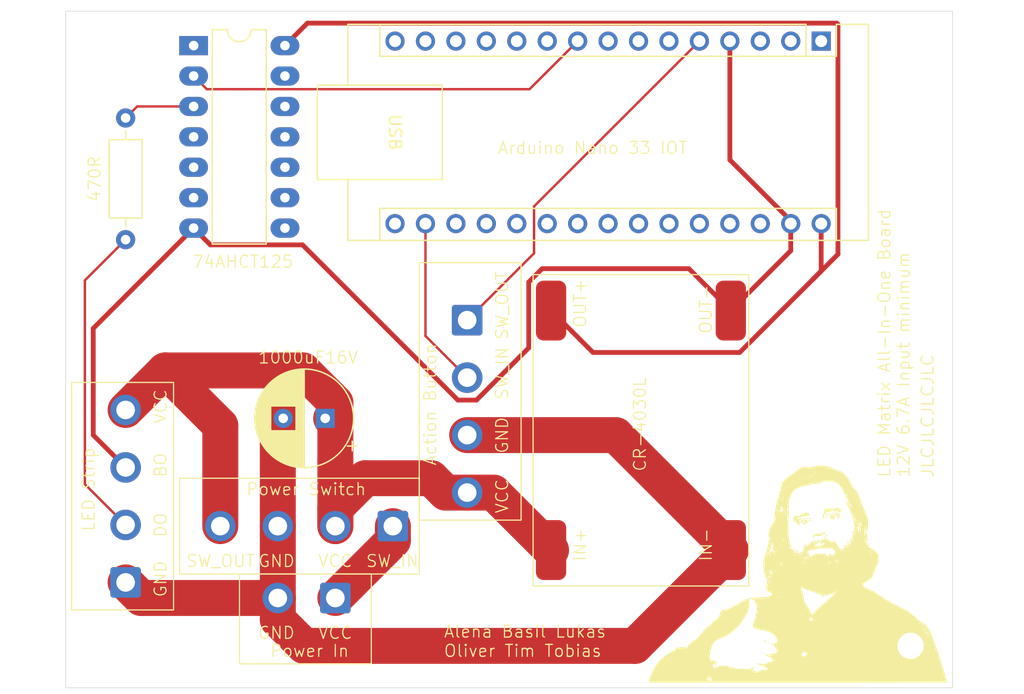
<source format=kicad_pcb>
(kicad_pcb (version 20240108) (generator "pcbnew") (generator_version "8.0")
  (layers (0 "F.Cu" signal) (31 "B.Cu" signal) (34 "B.Paste" user) (35 "F.Paste" user) (36 "B.SilkS" user "B.Silkscreen") (37 "F.SilkS" user "F.Silkscreen") (38 "B.Mask" user) (39 "F.Mask" user) (44 "Edge.Cuts" user))
  (net 0 "")
  (net 2 "Net-(A1-D2)")
  (net 26 "GND")
  (net 27 "Net-(J1-Pin_2)")
  (net 28 "+12V")
  (net 29 "Net-(R1-Pad1)")
  (net 31 "/+5V")
  (net 32 "/+3.3V")
  (net 33 "/GND5V")
  (net 34 "/SIGNAL_OUT")
  (net 35 "/+12VS")
  (footprint "Module:Arduino_Nano" (layer "F.Cu") (at 174.54 81.5 -90)
    (property "Reference" "A1" (hide yes))
    (property "Value" "Arduino_Nano_33_IOT")
    (fp_text user "USB" (at 7.62 35.56 -90) (layer "F.SilkS"))
    (pad "1" thru_hole rect (at 0 0 270) (size 1.6 1.6) (drill 1) (layers "*.Cu" "*.Mask"))
    (pad "2" thru_hole oval (at 0 2.54 270) (size 1.6 1.6) (drill 1) (layers "*.Cu" "*.Mask"))
    (pad "3" thru_hole oval (at 0 5.08 270) (size 1.6 1.6) (drill 1) (layers "*.Cu" "*.Mask"))
    (pad "4" thru_hole oval (at 0 7.62 270) (size 1.6 1.6) (drill 1) (layers "*.Cu" "*.Mask") (net 33 "/GND5V"))
    (pad "5" thru_hole oval (at 0 10.16 270) (size 1.6 1.6) (drill 1) (layers "*.Cu" "*.Mask") (net 2 "Net-(A1-D2)"))
    (pad "6" thru_hole oval (at 0 12.7 270) (size 1.6 1.6) (drill 1) (layers "*.Cu" "*.Mask"))
    (pad "7" thru_hole oval (at 0 15.24 270) (size 1.6 1.6) (drill 1) (layers "*.Cu" "*.Mask"))
    (pad "8" thru_hole oval (at 0 17.78 270) (size 1.6 1.6) (drill 1) (layers "*.Cu" "*.Mask"))
    (pad "9" thru_hole oval (at 0 20.32 270) (size 1.6 1.6) (drill 1) (layers "*.Cu" "*.Mask") (net 34 "/SIGNAL_OUT"))
    (pad "10" thru_hole oval (at 0 22.86 270) (size 1.6 1.6) (drill 1) (layers "*.Cu" "*.Mask"))
    (pad "11" thru_hole oval (at 0 25.4 270) (size 1.6 1.6) (drill 1) (layers "*.Cu" "*.Mask"))
    (pad "12" thru_hole oval (at 0 27.94 270) (size 1.6 1.6) (drill 1) (layers "*.Cu" "*.Mask"))
    (pad "13" thru_hole oval (at 0 30.48 270) (size 1.6 1.6) (drill 1) (layers "*.Cu" "*.Mask"))
    (pad "14" thru_hole oval (at 0 33.02 270) (size 1.6 1.6) (drill 1) (layers "*.Cu" "*.Mask"))
    (pad "15" thru_hole oval (at 0 35.56 270) (size 1.6 1.6) (drill 1) (layers "*.Cu" "*.Mask"))
    (pad "16" thru_hole oval (at 15.24 35.56 270) (size 1.6 1.6) (drill 1) (layers "*.Cu" "*.Mask"))
    (pad "17" thru_hole oval (at 15.24 33.02 270) (size 1.6 1.6) (drill 1) (layers "*.Cu" "*.Mask") (net 32 "/+3.3V"))
    (pad "18" thru_hole oval (at 15.24 30.48 270) (size 1.6 1.6) (drill 1) (layers "*.Cu" "*.Mask"))
    (pad "19" thru_hole oval (at 15.24 27.94 270) (size 1.6 1.6) (drill 1) (layers "*.Cu" "*.Mask"))
    (pad "20" thru_hole oval (at 15.24 25.4 270) (size 1.6 1.6) (drill 1) (layers "*.Cu" "*.Mask"))
    (pad "21" thru_hole oval (at 15.24 22.86 270) (size 1.6 1.6) (drill 1) (layers "*.Cu" "*.Mask"))
    (pad "22" thru_hole oval (at 15.24 20.32 270) (size 1.6 1.6) (drill 1) (layers "*.Cu" "*.Mask"))
    (pad "23" thru_hole oval (at 15.24 17.78 270) (size 1.6 1.6) (drill 1) (layers "*.Cu" "*.Mask"))
    (pad "24" thru_hole oval (at 15.24 15.24 270) (size 1.6 1.6) (drill 1) (layers "*.Cu" "*.Mask"))
    (pad "25" thru_hole oval (at 15.24 12.7 270) (size 1.6 1.6) (drill 1) (layers "*.Cu" "*.Mask"))
    (pad "26" thru_hole oval (at 15.24 10.16 270) (size 1.6 1.6) (drill 1) (layers "*.Cu" "*.Mask"))
    (pad "27" thru_hole oval (at 15.24 7.62 270) (size 1.6 1.6) (drill 1) (layers "*.Cu" "*.Mask"))
    (pad "28" thru_hole oval (at 15.24 5.08 270) (size 1.6 1.6) (drill 1) (layers "*.Cu" "*.Mask"))
    (pad "29" thru_hole oval (at 15.24 2.54 270) (size 1.6 1.6) (drill 1) (layers "*.Cu" "*.Mask") (net 33 "/GND5V"))
    (pad "30" thru_hole oval (at 15.24 0 270) (size 1.6 1.6) (drill 1) (layers "*.Cu" "*.Mask") (net 31 "/+5V"))
  )
  (footprint "MountingHole:MountingHole_2.2mm_M2" (layer "F.Cu") (at 115.5 132)
    (property "Reference" "REF**" (hide yes))
    (property "Value" "MountingHole_2.2mm_M2")
    (pad "" np_thru_hole circle (at 0 0) (size 2.2 2.2) (drill 2.2) (layers "*.Cu" "*.Mask"))
  )
  (footprint "Custom_Footprints:CR-4030L" (layer "F.Cu") (at 152 124 90)
    (property "Reference" "U1" (hide yes))
    (property "Value" "~")
    (fp_text user "IN-" (at -1 13.5 90) (layer "F.SilkS") (effects (font (thickness 0.1)) (justify left bottom)))
    (fp_text user "CR-4030L" (at 6.5 8 90) (layer "F.SilkS") (effects (font (thickness 0.1)) (justify left bottom)))
    (fp_text user "OUT+" (at 18.5 3 90) (layer "F.SilkS") (effects (font (thickness 0.1)) (justify left bottom)))
    (fp_text user "OUT-" (at 18 13.5 90) (layer "F.SilkS") (effects (font (thickness 0.1)) (justify left bottom)))
    (fp_text user "IN+" (at -1 3 90) (layer "F.SilkS") (effects (font (thickness 0.1)) (justify left bottom)))
    (pad "1" smd roundrect (at 0 0 90) (size 5 2.524) (layers "F.Cu" "F.Paste" "F.Mask") (net 35 "/+12VS"))
    (pad "2" smd roundrect (at 0 15 90) (size 5 2.524) (layers "F.Cu" "F.Paste" "F.Mask") (net 26 "GND"))
    (pad "3" smd roundrect (at 20 0 90) (size 5 2.524) (layers "F.Cu" "F.Paste" "F.Mask") (net 31 "/+5V"))
    (pad "4" smd roundrect (at 20 15 90) (size 5 2.524) (layers "F.Cu" "F.Paste" "F.Mask") (net 33 "/GND5V"))
  )
  (footprint "Connector_Wire:SolderWire-0.75sqmm_1x02_P4.8mm_D1.25mm_OD2.3mm" (layer "F.Cu") (at 134 128 180)
    (property "Reference" "J2" (hide yes))
    (property "Value" "12V Power IN")
    (pad "1" thru_hole roundrect (at 0 0 180) (size 2.55 2.55) (drill 1.55) (layers "*.Cu" "*.Mask") (roundrect_rratio 0.098039) (net 28 "+12V"))
    (pad "2" thru_hole circle (at 4.8 0 180) (size 2.55 2.55) (drill 1.55) (layers "*.Cu" "*.Mask") (net 26 "GND"))
  )
  (footprint "Connector_Wire:SolderWire-0.75sqmm_1x04_P4.8mm_D1.25mm_OD2.3mm" (layer "F.Cu") (at 116.5 126.7 90)
    (property "Reference" "J1" (hide yes))
    (property "Value" "LED_STRIP")
    (pad "1" thru_hole roundrect (at 0 0 90) (size 2.55 2.55) (drill 1.55) (layers "*.Cu" "*.Mask") (roundrect_rratio 0.098039) (net 26 "GND"))
    (pad "2" thru_hole circle (at 4.8 0 90) (size 2.55 2.55) (drill 1.55) (layers "*.Cu" "*.Mask") (net 27 "Net-(J1-Pin_2)"))
    (pad "3" thru_hole circle (at 9.6 0 90) (size 2.55 2.55) (drill 1.55) (layers "*.Cu" "*.Mask") (net 33 "/GND5V"))
    (pad "4" thru_hole circle (at 14.4 0 90) (size 2.55 2.55) (drill 1.55) (layers "*.Cu" "*.Mask") (net 35 "/+12VS"))
  )
  (footprint "MountingHole:MountingHole_2.2mm_M2" (layer "F.Cu") (at 182 132)
    (property "Reference" "REF**" (hide yes))
    (property "Value" "MountingHole_2.2mm_M2")
    (pad "" np_thru_hole circle (at 0 0) (size 2.2 2.2) (drill 2.2) (layers "*.Cu" "*.Mask"))
  )
  (footprint "Connector_Wire:SolderWire-0.75sqmm_1x04_P4.8mm_D1.25mm_OD2.3mm" (layer "F.Cu") (at 145 104.8 -90)
    (property "Reference" "SW2" (hide yes))
    (property "Value" "ACTION_BUTTON")
    (pad "1" thru_hole roundrect (at 0 0 270) (size 2.55 2.55) (drill 1.55) (layers "*.Cu" "*.Mask") (roundrect_rratio 0.098039) (net 2 "Net-(A1-D2)"))
    (pad "2" thru_hole circle (at 4.8 0 270) (size 2.55 2.55) (drill 1.55) (layers "*.Cu" "*.Mask") (net 32 "/+3.3V"))
    (pad "3" thru_hole circle (at 9.6 0 270) (size 2.55 2.55) (drill 1.55) (layers "*.Cu" "*.Mask") (net 26 "GND"))
    (pad "4" thru_hole circle (at 14.4 0 270) (size 2.55 2.55) (drill 1.55) (layers "*.Cu" "*.Mask") (net 35 "/+12VS"))
  )
  (footprint "MountingHole:MountingHole_2.2mm_M2" (layer "F.Cu") (at 182 83)
    (property "Reference" "REF**" (hide yes))
    (property "Value" "MountingHole_2.2mm_M2")
    (pad "" np_thru_hole circle (at 0 0) (size 2.2 2.2) (drill 2.2) (layers "*.Cu" "*.Mask"))
  )
  (footprint "Resistor_THT:R_Axial_DIN0207_L6.3mm_D2.5mm_P10.16mm_Horizontal" (layer "F.Cu") (at 116.5 87.92 -90)
    (property "Reference" "R1" (hide yes))
    (property "Value" "470R")
    (pad "1" thru_hole circle (at 0 0 270) (size 1.6 1.6) (drill 0.8) (layers "*.Cu" "*.Mask") (net 29 "Net-(R1-Pad1)"))
    (pad "2" thru_hole oval (at 10.16 0 270) (size 1.6 1.6) (drill 0.8) (layers "*.Cu" "*.Mask") (net 27 "Net-(J1-Pin_2)"))
  )
  (footprint "MountingHole:MountingHole_2.2mm_M2" (layer "F.Cu") (at 115.5 83)
    (property "Reference" "REF**" (hide yes))
    (property "Value" "MountingHole_2.2mm_M2")
    (pad "" np_thru_hole circle (at 0 0) (size 2.2 2.2) (drill 2.2) (layers "*.Cu" "*.Mask"))
  )
  (footprint "Capacitor_THT:CP_Radial_D8.0mm_P3.50mm" (layer "F.Cu") (at 133.152651 113 180)
    (property "Reference" "C1" (hide yes))
    (property "Value" "16V1000uF")
    (pad "1" thru_hole rect (at 0 0 180) (size 1.6 1.6) (drill 0.8) (layers "*.Cu" "*.Mask") (net 35 "/+12VS"))
    (pad "2" thru_hole circle (at 3.5 0 180) (size 1.6 1.6) (drill 0.8) (layers "*.Cu" "*.Mask") (net 26 "GND"))
  )
  (footprint "Package_DIP:DIP-14_W7.62mm_LongPads" (layer "F.Cu") (at 122.175 81.875)
    (property "Reference" "U2" (hide yes))
    (property "Value" "74AHCT125")
    (pad "1" thru_hole rect (at 0 0) (size 2.4 1.6) (drill 0.8) (layers "*.Cu" "*.Mask"))
    (pad "2" thru_hole oval (at 0 2.54) (size 2.4 1.6) (drill 0.8) (layers "*.Cu" "*.Mask") (net 34 "/SIGNAL_OUT"))
    (pad "3" thru_hole oval (at 0 5.08) (size 2.4 1.6) (drill 0.8) (layers "*.Cu" "*.Mask") (net 29 "Net-(R1-Pad1)"))
    (pad "4" thru_hole oval (at 0 7.62) (size 2.4 1.6) (drill 0.8) (layers "*.Cu" "*.Mask"))
    (pad "5" thru_hole oval (at 0 10.16) (size 2.4 1.6) (drill 0.8) (layers "*.Cu" "*.Mask"))
    (pad "6" thru_hole oval (at 0 12.7) (size 2.4 1.6) (drill 0.8) (layers "*.Cu" "*.Mask"))
    (pad "7" thru_hole oval (at 0 15.24) (size 2.4 1.6) (drill 0.8) (layers "*.Cu" "*.Mask") (net 33 "/GND5V"))
    (pad "8" thru_hole oval (at 7.62 15.24) (size 2.4 1.6) (drill 0.8) (layers "*.Cu" "*.Mask"))
    (pad "9" thru_hole oval (at 7.62 12.7) (size 2.4 1.6) (drill 0.8) (layers "*.Cu" "*.Mask"))
    (pad "10" thru_hole oval (at 7.62 10.16) (size 2.4 1.6) (drill 0.8) (layers "*.Cu" "*.Mask"))
    (pad "11" thru_hole oval (at 7.62 7.62) (size 2.4 1.6) (drill 0.8) (layers "*.Cu" "*.Mask"))
    (pad "12" thru_hole oval (at 7.62 5.08) (size 2.4 1.6) (drill 0.8) (layers "*.Cu" "*.Mask"))
    (pad "13" thru_hole oval (at 7.62 2.54) (size 2.4 1.6) (drill 0.8) (layers "*.Cu" "*.Mask"))
    (pad "14" thru_hole oval (at 7.62 0) (size 2.4 1.6) (drill 0.8) (layers "*.Cu" "*.Mask") (net 31 "/+5V"))
  )
  (footprint "LOGO" (layer "F.Cu") (at 173.5 125.744691)
    (property "Reference" "G***" (hide yes))
    (property "Value" "LOGO" (hide yes))
  )
  (footprint "Connector_Wire:SolderWire-0.75sqmm_1x04_P4.8mm_D1.25mm_OD2.3mm" (layer "F.Cu") (at 138.8 122 180)
    (property "Reference" "SW1" (hide yes))
    (property "Value" "POWER_SWITCH")
    (pad "1" thru_hole roundrect (at 0 0 180) (size 2.55 2.55) (drill 1.55) (layers "*.Cu" "*.Mask") (roundrect_rratio 0.098039) (net 28 "+12V"))
    (pad "2" thru_hole circle (at 4.8 0 180) (size 2.55 2.55) (drill 1.55) (layers "*.Cu" "*.Mask") (net 35 "/+12VS"))
    (pad "3" thru_hole circle (at 9.6 0 180) (size 2.55 2.55) (drill 1.55) (layers "*.Cu" "*.Mask") (net 26 "GND"))
    (pad "4" thru_hole circle (at 14.4 0 180) (size 2.55 2.55) (drill 1.55) (layers "*.Cu" "*.Mask") (net 35 "/+12VS"))
  )
  (gr_rect (start 121 118) (end 141 126) (stroke (width 0.1)) (fill none) (layer "F.SilkS"))
  (gr_rect (start 141 100) (end 149.5 121.5) (stroke (width 0.1)) (fill none) (layer "F.SilkS"))
  (gr_rect (start 126 126) (end 137 133.5) (stroke (width 0.1)) (fill none) (layer "F.SilkS"))
  (gr_rect (start 112 110) (end 120.5 129) (stroke (width 0.1)) (fill none) (layer "F.SilkS"))
  (gr_rect (start 111.5 79) (end 185.5 135.5) (stroke (width 0.05)) (fill none) (layer "Edge.Cuts"))
  (gr_text "GND" (at 120 128 90) (layer "F.SilkS") (effects (font (size 1 1) (thickness 0.1)) (justify left bottom)))
  (gr_text "Power In" (at 128.5 133 0) (layer "F.SilkS") (effects (font (size 1 1) (thickness 0.1)) (justify left bottom)))
  (gr_text "JLCJLCJLCJLC" (at 184 118 90) (layer "F.SilkS") (effects (font (size 1 1) (thickness 0.1)) (justify left bottom)))
  (gr_text "DO" (at 120 123 90) (layer "F.SilkS") (effects (font (size 1 1) (thickness 0.1)) (justify left bottom)))
  (gr_text "SW_IN" (at 136.5 125.5 0) (layer "F.SilkS") (effects (font (size 1 1) (thickness 0.1)) (justify left bottom)))
  (gr_text "Arduino Nano 33 IOT" (at 147.5 91 0) (layer "F.SilkS") (effects (font (size 1 1) (thickness 0.1)) (justify left bottom)))
  (gr_text "Alena Basil Lukas\nOliver Tim Tobias" (at 143 133 0) (layer "F.SilkS") (effects (font (size 1 1) (thickness 0.1)) (justify left bottom)))
  (gr_text "GND" (at 127.5 125.5 0) (layer "F.SilkS") (effects (font (size 1 1) (thickness 0.1)) (justify left bottom)))
  (gr_text "BO" (at 120 118 90) (layer "F.SilkS") (effects (font (size 1 1) (thickness 0.1)) (justify left bottom)))
  (gr_text "VCC" (at 132.5 125.5 0) (layer "F.SilkS") (effects (font (size 1 1) (thickness 0.1)) (justify left bottom)))
  (gr_text "VCC" (at 148.5 121 90) (layer "F.SilkS") (effects (font (size 1 1) (thickness 0.1)) (justify left bottom)))
  (gr_text "SW_OUT" (at 121.5 125.5 0) (layer "F.SilkS") (effects (font (size 1 1) (thickness 0.1)) (justify left bottom)))
  (gr_text "LED Matrix All-In-One Board\n12V 6.7A Input minimum\n" (at 182 118 90) (layer "F.SilkS") (effects (font (size 1 1) (thickness 0.1)) (justify left bottom)))
  (gr_text "1000uF16V" (at 127.5 108.5 0) (layer "F.SilkS") (effects (font (size 1 1) (thickness 0.1)) (justify left bottom)))
  (gr_text "Action Button" (at 142.5 117 90) (layer "F.SilkS") (effects (font (size 1 1) (thickness 0.1)) (justify left bottom)))
  (gr_text "SW_IN" (at 148.5 111.5 90) (layer "F.SilkS") (effects (font (size 1 1) (thickness 0.1)) (justify left bottom)))
  (gr_text "VCC" (at 132.5 131.5 0) (layer "F.SilkS") (effects (font (size 1 1) (thickness 0.1)) (justify left bottom)))
  (gr_text "Power Switch" (at 126.5 119.5 0) (layer "F.SilkS") (effects (font (size 1 1) (thickness 0.1)) (justify left bottom)))
  (gr_text "GND" (at 148.5 116 90) (layer "F.SilkS") (effects (font (size 1 1) (thickness 0.1)) (justify left bottom)))
  (gr_text "74AHCT125" (at 122 100.5 0) (layer "F.SilkS") (effects (font (size 1 1) (thickness 0.1)) (justify left bottom)))
  (gr_text "VCC" (at 120 113.5 90) (layer "F.SilkS") (effects (font (size 1 1) (thickness 0.1)) (justify left bottom)))
  (gr_text "LED Strip" (at 114 122.5 90) (layer "F.SilkS") (effects (font (size 1 1) (thickness 0.1)) (justify left bottom)))
  (gr_text "470R" (at 114.5 95 90) (layer "F.SilkS") (effects (font (size 1 1) (thickness 0.1)) (justify left bottom)))
  (gr_text "GND" (at 127.5 131.5 0) (layer "F.SilkS") (effects (font (size 1 1) (thickness 0.1)) (justify left bottom)))
  (gr_text "SW_OUT" (at 148.5 106.5 90) (layer "F.SilkS") (effects (font (size 1 1) (thickness 0.1)) (justify left bottom)))
  (segment (start 164.38 81.5) (end 150.58 95.3) (width 0.2) (layer "F.Cu") (net 2))
  (segment (start 150.58 95.3) (end 150.58 99.22) (width 0.2) (layer "F.Cu") (net 2))
  (segment (start 150.58 99.22) (end 145 104.8) (width 0.2) (layer "F.Cu") (net 2))
  (segment (start 129.2 128) (end 117.8 128) (width 3) (layer "F.Cu") (net 26))
  (segment (start 167 124) (end 157.4 114.4) (width 3) (layer "F.Cu") (net 26))
  (segment (start 129.2 128) (end 129.2 122) (width 3) (layer "F.Cu") (net 26))
  (segment (start 131.396878 132) (end 159 132) (width 3) (layer "F.Cu") (net 26))
  (segment (start 129.2 128) (end 129.2 129.803122) (width 3) (layer "F.Cu") (net 26))
  (segment (start 159 132) (end 167 124) (width 3) (layer "F.Cu") (net 26))
  (segment (start 129.2 129.803122) (end 131.396878 132) (width 3) (layer "F.Cu") (net 26))
  (segment (start 129.2 113.452651) (end 129.652651 113) (width 3) (layer "F.Cu") (net 26))
  (segment (start 117.8 128) (end 116.5 126.7) (width 3) (layer "F.Cu") (net 26))
  (segment (start 157.4 114.4) (end 145 114.4) (width 3) (layer "F.Cu") (net 26))
  (segment (start 129.2 122) (end 129.2 113.452651) (width 3) (layer "F.Cu") (net 26))
  (segment (start 113.1 101.48) (end 113.1 118.5) (width 0.2) (layer "F.Cu") (net 27))
  (segment (start 113.1 118.5) (end 116.5 121.9) (width 0.2) (layer "F.Cu") (net 27))
  (segment (start 116.5 98.08) (end 113.1 101.48) (width 0.2) (layer "F.Cu") (net 27))
  (segment (start 138.8 123.2) (end 138.8 122) (width 3) (layer "F.Cu") (net 28))
  (segment (start 134 128) (end 138.8 123.2) (width 3) (layer "F.Cu") (net 28))
  (segment (start 117.465 86.955) (end 116.5 87.92) (width 0.2) (layer "F.Cu") (net 29))
  (segment (start 122.175 86.955) (end 117.465 86.955) (width 0.2) (layer "F.Cu") (net 29))
  (segment (start 173.870448 101.370448) (end 167.740896 107.5) (width 0.4) (layer "F.Cu") (net 31))
  (segment (start 175.94 80.1) (end 175.84 80) (width 0.4) (layer "F.Cu") (net 31))
  (segment (start 175.84 80) (end 131.67 80) (width 0.4) (layer "F.Cu") (net 31))
  (segment (start 174.54 100.700896) (end 173.870448 101.370448) (width 0.4) (layer "F.Cu") (net 31))
  (segment (start 174.54 96.74) (end 174.54 100.700896) (width 0.4) (layer "F.Cu") (net 31))
  (segment (start 173.870448 101.370448) (end 175.94 99.300896) (width 0.4) (layer "F.Cu") (net 31))
  (segment (start 167.740896 107.5) (end 155.5 107.5) (width 0.4) (layer "F.Cu") (net 31))
  (segment (start 155.5 107.5) (end 152 104) (width 0.4) (layer "F.Cu") (net 31))
  (segment (start 131.67 80) (end 129.795 81.875) (width 0.4) (layer "F.Cu") (net 31))
  (segment (start 175.94 99.300896) (end 175.94 80.1) (width 0.4) (layer "F.Cu") (net 31))
  (segment (start 145 109.6) (end 141.52 106.12) (width 0.2) (layer "F.Cu") (net 32))
  (segment (start 141.52 106.12) (end 141.52 96.74) (width 0.2) (layer "F.Cu") (net 32))
  (segment (start 131.263349 98.515) (end 144.223349 111.475) (width 0.4) (layer "F.Cu") (net 33))
  (segment (start 163.5 100.5) (end 167 104) (width 0.4) (layer "F.Cu") (net 33))
  (segment (start 172 96.74) (end 172 96.5) (width 0.4) (layer "F.Cu") (net 33))
  (segment (start 145.776651 111.475) (end 150.138 107.113651) (width 0.4) (layer "F.Cu") (net 33))
  (segment (start 144.223349 111.475) (end 145.776651 111.475) (width 0.4) (layer "F.Cu") (net 33))
  (segment (start 123.575 98.515) (end 131.263349 98.515) (width 0.4) (layer "F.Cu") (net 33))
  (segment (start 113.8 105.49) (end 113.8 114.4) (width 0.4) (layer "F.Cu") (net 33))
  (segment (start 122.175 97.115) (end 113.8 105.49) (width 0.4) (layer "F.Cu") (net 33))
  (segment (start 113.8 114.4) (end 116.5 117.1) (width 0.4) (layer "F.Cu") (net 33))
  (segment (start 151.259104 100.5) (end 163.5 100.5) (width 0.4) (layer "F.Cu") (net 33))
  (segment (start 172 96.5) (end 166.92 91.42) (width 0.4) (layer "F.Cu") (net 33))
  (segment (start 172 99) (end 172 96.74) (width 0.4) (layer "F.Cu") (net 33))
  (segment (start 167 104) (end 172 99) (width 0.4) (layer "F.Cu") (net 33))
  (segment (start 150.138 101.621104) (end 151.259104 100.5) (width 0.4) (layer "F.Cu") (net 33))
  (segment (start 166.92 91.42) (end 166.92 81.5) (width 0.4) (layer "F.Cu") (net 33))
  (segment (start 150.138 107.113651) (end 150.138 101.621104) (width 0.4) (layer "F.Cu") (net 33))
  (segment (start 122.175 97.115) (end 123.575 98.515) (width 0.4) (layer "F.Cu") (net 33))
  (segment (start 123.275 85.515) (end 150.205 85.515) (width 0.2) (layer "F.Cu") (net 34))
  (segment (start 150.205 85.515) (end 154.22 81.5) (width 0.2) (layer "F.Cu") (net 34))
  (segment (start 122.175 84.415) (end 123.275 85.515) (width 0.2) (layer "F.Cu") (net 34))
  (segment (start 143.2 119.2) (end 142 118) (width 3) (layer "F.Cu") (net 35))
  (segment (start 134 116.5) (end 134 113.347349) (width 3) (layer "F.Cu") (net 35))
  (segment (start 134 113.347349) (end 133.652651 113) (width 3) (layer "F.Cu") (net 35))
  (segment (start 124.4 122) (end 124.4 113.6) (width 3) (layer "F.Cu") (net 35))
  (segment (start 145 119.2) (end 143.2 119.2) (width 3) (layer "F.Cu") (net 35))
  (segment (start 145 119.2) (end 147.2 119.2) (width 3) (layer "F.Cu") (net 35))
  (segment (start 134 120.5) (end 134 122) (width 3) (layer "F.Cu") (net 35))
  (segment (start 147.2 119.2) (end 152 124) (width 3) (layer "F.Cu") (net 35))
  (segment (start 131.309505 109) (end 134 111.690495) (width 3) (layer "F.Cu") (net 35))
  (segment (start 119.8 109) (end 131.309505 109) (width 3) (layer "F.Cu") (net 35))
  (segment (start 134 122) (end 134 116.5) (width 3) (layer "F.Cu") (net 35))
  (segment (start 116.5 112.3) (end 119.8 109) (width 3) (layer "F.Cu") (net 35))
  (segment (start 134 111.690495) (end 134 113.347349) (width 3) (layer "F.Cu") (net 35))
  (segment (start 142 118) (end 136.5 118) (width 3) (layer "F.Cu") (net 35))
  (segment (start 124.4 113.6) (end 119.8 109) (width 3) (layer "F.Cu") (net 35))
  (segment (start 136.5 118) (end 134 120.5) (width 3) (layer "F.Cu") (net 35))
)
</source>
